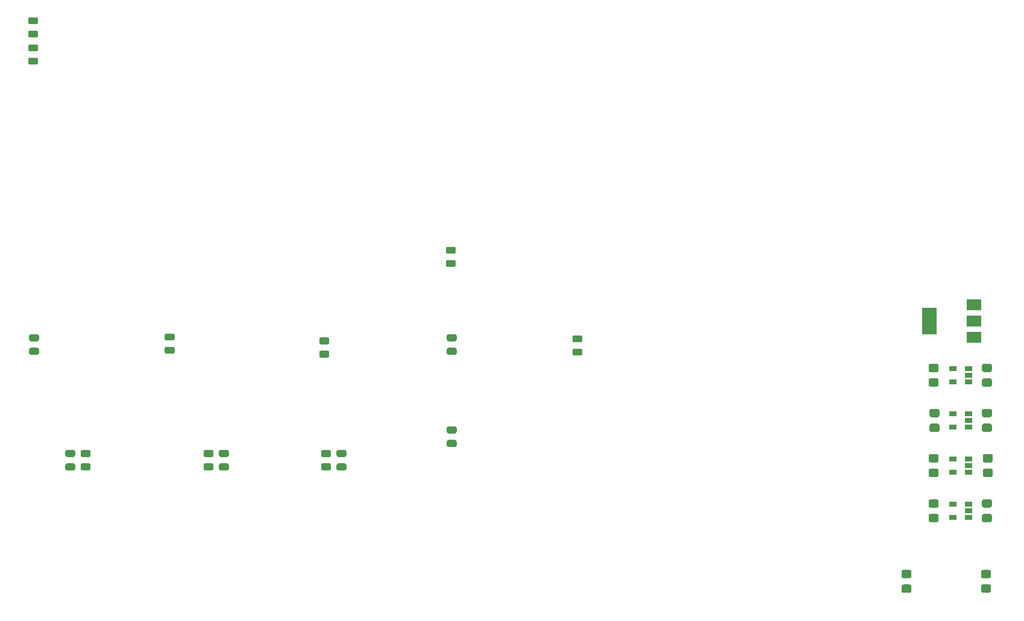
<source format=gbr>
%TF.GenerationSoftware,KiCad,Pcbnew,(5.1.6)-1*%
%TF.CreationDate,2020-11-12T15:31:55-08:00*%
%TF.ProjectId,userinterfacepcb,75736572-696e-4746-9572-666163657063,rev?*%
%TF.SameCoordinates,Original*%
%TF.FileFunction,Paste,Top*%
%TF.FilePolarity,Positive*%
%FSLAX46Y46*%
G04 Gerber Fmt 4.6, Leading zero omitted, Abs format (unit mm)*
G04 Created by KiCad (PCBNEW (5.1.6)-1) date 2020-11-12 15:31:55*
%MOMM*%
%LPD*%
G01*
G04 APERTURE LIST*
%ADD10R,1.060000X0.650000*%
%ADD11R,2.000000X1.500000*%
%ADD12R,2.000000X3.800000*%
G04 APERTURE END LIST*
%TO.C,C1*%
G36*
G01*
X249485999Y-114496000D02*
X250386001Y-114496000D01*
G75*
G02*
X250636000Y-114745999I0J-249999D01*
G01*
X250636000Y-115396001D01*
G75*
G02*
X250386001Y-115646000I-249999J0D01*
G01*
X249485999Y-115646000D01*
G75*
G02*
X249236000Y-115396001I0J249999D01*
G01*
X249236000Y-114745999D01*
G75*
G02*
X249485999Y-114496000I249999J0D01*
G01*
G37*
G36*
G01*
X249485999Y-112446000D02*
X250386001Y-112446000D01*
G75*
G02*
X250636000Y-112695999I0J-249999D01*
G01*
X250636000Y-113346001D01*
G75*
G02*
X250386001Y-113596000I-249999J0D01*
G01*
X249485999Y-113596000D01*
G75*
G02*
X249236000Y-113346001I0J249999D01*
G01*
X249236000Y-112695999D01*
G75*
G02*
X249485999Y-112446000I249999J0D01*
G01*
G37*
%TD*%
%TO.C,R19*%
G36*
G01*
X116661250Y-80322000D02*
X115748750Y-80322000D01*
G75*
G02*
X115505000Y-80078250I0J243750D01*
G01*
X115505000Y-79590750D01*
G75*
G02*
X115748750Y-79347000I243750J0D01*
G01*
X116661250Y-79347000D01*
G75*
G02*
X116905000Y-79590750I0J-243750D01*
G01*
X116905000Y-80078250D01*
G75*
G02*
X116661250Y-80322000I-243750J0D01*
G01*
G37*
G36*
G01*
X116661250Y-82197000D02*
X115748750Y-82197000D01*
G75*
G02*
X115505000Y-81953250I0J243750D01*
G01*
X115505000Y-81465750D01*
G75*
G02*
X115748750Y-81222000I243750J0D01*
G01*
X116661250Y-81222000D01*
G75*
G02*
X116905000Y-81465750I0J-243750D01*
G01*
X116905000Y-81953250D01*
G75*
G02*
X116661250Y-82197000I-243750J0D01*
G01*
G37*
%TD*%
%TO.C,R17*%
G36*
G01*
X175335250Y-80322000D02*
X174422750Y-80322000D01*
G75*
G02*
X174179000Y-80078250I0J243750D01*
G01*
X174179000Y-79590750D01*
G75*
G02*
X174422750Y-79347000I243750J0D01*
G01*
X175335250Y-79347000D01*
G75*
G02*
X175579000Y-79590750I0J-243750D01*
G01*
X175579000Y-80078250D01*
G75*
G02*
X175335250Y-80322000I-243750J0D01*
G01*
G37*
G36*
G01*
X175335250Y-82197000D02*
X174422750Y-82197000D01*
G75*
G02*
X174179000Y-81953250I0J243750D01*
G01*
X174179000Y-81465750D01*
G75*
G02*
X174422750Y-81222000I243750J0D01*
G01*
X175335250Y-81222000D01*
G75*
G02*
X175579000Y-81465750I0J-243750D01*
G01*
X175579000Y-81953250D01*
G75*
G02*
X175335250Y-82197000I-243750J0D01*
G01*
G37*
%TD*%
%TO.C,R16*%
G36*
G01*
X192988250Y-80449000D02*
X192075750Y-80449000D01*
G75*
G02*
X191832000Y-80205250I0J243750D01*
G01*
X191832000Y-79717750D01*
G75*
G02*
X192075750Y-79474000I243750J0D01*
G01*
X192988250Y-79474000D01*
G75*
G02*
X193232000Y-79717750I0J-243750D01*
G01*
X193232000Y-80205250D01*
G75*
G02*
X192988250Y-80449000I-243750J0D01*
G01*
G37*
G36*
G01*
X192988250Y-82324000D02*
X192075750Y-82324000D01*
G75*
G02*
X191832000Y-82080250I0J243750D01*
G01*
X191832000Y-81592750D01*
G75*
G02*
X192075750Y-81349000I243750J0D01*
G01*
X192988250Y-81349000D01*
G75*
G02*
X193232000Y-81592750I0J-243750D01*
G01*
X193232000Y-82080250D01*
G75*
G02*
X192988250Y-82324000I-243750J0D01*
G01*
G37*
%TD*%
%TO.C,R14*%
G36*
G01*
X175335250Y-93276000D02*
X174422750Y-93276000D01*
G75*
G02*
X174179000Y-93032250I0J243750D01*
G01*
X174179000Y-92544750D01*
G75*
G02*
X174422750Y-92301000I243750J0D01*
G01*
X175335250Y-92301000D01*
G75*
G02*
X175579000Y-92544750I0J-243750D01*
G01*
X175579000Y-93032250D01*
G75*
G02*
X175335250Y-93276000I-243750J0D01*
G01*
G37*
G36*
G01*
X175335250Y-95151000D02*
X174422750Y-95151000D01*
G75*
G02*
X174179000Y-94907250I0J243750D01*
G01*
X174179000Y-94419750D01*
G75*
G02*
X174422750Y-94176000I243750J0D01*
G01*
X175335250Y-94176000D01*
G75*
G02*
X175579000Y-94419750I0J-243750D01*
G01*
X175579000Y-94907250D01*
G75*
G02*
X175335250Y-95151000I-243750J0D01*
G01*
G37*
%TD*%
D10*
%TO.C,U7*%
X245280000Y-86040000D03*
X245280000Y-84140000D03*
X247480000Y-84140000D03*
X247480000Y-85090000D03*
X247480000Y-86040000D03*
%TD*%
%TO.C,R18*%
G36*
G01*
X135711250Y-80195000D02*
X134798750Y-80195000D01*
G75*
G02*
X134555000Y-79951250I0J243750D01*
G01*
X134555000Y-79463750D01*
G75*
G02*
X134798750Y-79220000I243750J0D01*
G01*
X135711250Y-79220000D01*
G75*
G02*
X135955000Y-79463750I0J-243750D01*
G01*
X135955000Y-79951250D01*
G75*
G02*
X135711250Y-80195000I-243750J0D01*
G01*
G37*
G36*
G01*
X135711250Y-82070000D02*
X134798750Y-82070000D01*
G75*
G02*
X134555000Y-81826250I0J243750D01*
G01*
X134555000Y-81338750D01*
G75*
G02*
X134798750Y-81095000I243750J0D01*
G01*
X135711250Y-81095000D01*
G75*
G02*
X135955000Y-81338750I0J-243750D01*
G01*
X135955000Y-81826250D01*
G75*
G02*
X135711250Y-82070000I-243750J0D01*
G01*
G37*
%TD*%
%TO.C,R15*%
G36*
G01*
X157428250Y-80751500D02*
X156515750Y-80751500D01*
G75*
G02*
X156272000Y-80507750I0J243750D01*
G01*
X156272000Y-80020250D01*
G75*
G02*
X156515750Y-79776500I243750J0D01*
G01*
X157428250Y-79776500D01*
G75*
G02*
X157672000Y-80020250I0J-243750D01*
G01*
X157672000Y-80507750D01*
G75*
G02*
X157428250Y-80751500I-243750J0D01*
G01*
G37*
G36*
G01*
X157428250Y-82626500D02*
X156515750Y-82626500D01*
G75*
G02*
X156272000Y-82382750I0J243750D01*
G01*
X156272000Y-81895250D01*
G75*
G02*
X156515750Y-81651500I243750J0D01*
G01*
X157428250Y-81651500D01*
G75*
G02*
X157672000Y-81895250I0J-243750D01*
G01*
X157672000Y-82382750D01*
G75*
G02*
X157428250Y-82626500I-243750J0D01*
G01*
G37*
%TD*%
D11*
%TO.C,U6*%
X248260000Y-79770000D03*
X248260000Y-75170000D03*
X248260000Y-77470000D03*
D12*
X241960000Y-77470000D03*
%TD*%
%TO.C,C3*%
G36*
G01*
X239210001Y-113605000D02*
X238309999Y-113605000D01*
G75*
G02*
X238060000Y-113355001I0J249999D01*
G01*
X238060000Y-112704999D01*
G75*
G02*
X238309999Y-112455000I249999J0D01*
G01*
X239210001Y-112455000D01*
G75*
G02*
X239460000Y-112704999I0J-249999D01*
G01*
X239460000Y-113355001D01*
G75*
G02*
X239210001Y-113605000I-249999J0D01*
G01*
G37*
G36*
G01*
X239210001Y-115655000D02*
X238309999Y-115655000D01*
G75*
G02*
X238060000Y-115405001I0J249999D01*
G01*
X238060000Y-114754999D01*
G75*
G02*
X238309999Y-114505000I249999J0D01*
G01*
X239210001Y-114505000D01*
G75*
G02*
X239460000Y-114754999I0J-249999D01*
G01*
X239460000Y-115405001D01*
G75*
G02*
X239210001Y-115655000I-249999J0D01*
G01*
G37*
%TD*%
%TO.C,C12*%
G36*
G01*
X243020001Y-84640000D02*
X242119999Y-84640000D01*
G75*
G02*
X241870000Y-84390001I0J249999D01*
G01*
X241870000Y-83739999D01*
G75*
G02*
X242119999Y-83490000I249999J0D01*
G01*
X243020001Y-83490000D01*
G75*
G02*
X243270000Y-83739999I0J-249999D01*
G01*
X243270000Y-84390001D01*
G75*
G02*
X243020001Y-84640000I-249999J0D01*
G01*
G37*
G36*
G01*
X243020001Y-86690000D02*
X242119999Y-86690000D01*
G75*
G02*
X241870000Y-86440001I0J249999D01*
G01*
X241870000Y-85789999D01*
G75*
G02*
X242119999Y-85540000I249999J0D01*
G01*
X243020001Y-85540000D01*
G75*
G02*
X243270000Y-85789999I0J-249999D01*
G01*
X243270000Y-86440001D01*
G75*
G02*
X243020001Y-86690000I-249999J0D01*
G01*
G37*
%TD*%
%TO.C,C9*%
G36*
G01*
X243020001Y-97340000D02*
X242119999Y-97340000D01*
G75*
G02*
X241870000Y-97090001I0J249999D01*
G01*
X241870000Y-96439999D01*
G75*
G02*
X242119999Y-96190000I249999J0D01*
G01*
X243020001Y-96190000D01*
G75*
G02*
X243270000Y-96439999I0J-249999D01*
G01*
X243270000Y-97090001D01*
G75*
G02*
X243020001Y-97340000I-249999J0D01*
G01*
G37*
G36*
G01*
X243020001Y-99390000D02*
X242119999Y-99390000D01*
G75*
G02*
X241870000Y-99140001I0J249999D01*
G01*
X241870000Y-98489999D01*
G75*
G02*
X242119999Y-98240000I249999J0D01*
G01*
X243020001Y-98240000D01*
G75*
G02*
X243270000Y-98489999I0J-249999D01*
G01*
X243270000Y-99140001D01*
G75*
G02*
X243020001Y-99390000I-249999J0D01*
G01*
G37*
%TD*%
%TO.C,C6*%
G36*
G01*
X249612999Y-91890000D02*
X250513001Y-91890000D01*
G75*
G02*
X250763000Y-92139999I0J-249999D01*
G01*
X250763000Y-92790001D01*
G75*
G02*
X250513001Y-93040000I-249999J0D01*
G01*
X249612999Y-93040000D01*
G75*
G02*
X249363000Y-92790001I0J249999D01*
G01*
X249363000Y-92139999D01*
G75*
G02*
X249612999Y-91890000I249999J0D01*
G01*
G37*
G36*
G01*
X249612999Y-89840000D02*
X250513001Y-89840000D01*
G75*
G02*
X250763000Y-90089999I0J-249999D01*
G01*
X250763000Y-90740001D01*
G75*
G02*
X250513001Y-90990000I-249999J0D01*
G01*
X249612999Y-90990000D01*
G75*
G02*
X249363000Y-90740001I0J249999D01*
G01*
X249363000Y-90089999D01*
G75*
G02*
X249612999Y-89840000I249999J0D01*
G01*
G37*
%TD*%
%TO.C,C8*%
G36*
G01*
X243020001Y-103690000D02*
X242119999Y-103690000D01*
G75*
G02*
X241870000Y-103440001I0J249999D01*
G01*
X241870000Y-102789999D01*
G75*
G02*
X242119999Y-102540000I249999J0D01*
G01*
X243020001Y-102540000D01*
G75*
G02*
X243270000Y-102789999I0J-249999D01*
G01*
X243270000Y-103440001D01*
G75*
G02*
X243020001Y-103690000I-249999J0D01*
G01*
G37*
G36*
G01*
X243020001Y-105740000D02*
X242119999Y-105740000D01*
G75*
G02*
X241870000Y-105490001I0J249999D01*
G01*
X241870000Y-104839999D01*
G75*
G02*
X242119999Y-104590000I249999J0D01*
G01*
X243020001Y-104590000D01*
G75*
G02*
X243270000Y-104839999I0J-249999D01*
G01*
X243270000Y-105490001D01*
G75*
G02*
X243020001Y-105740000I-249999J0D01*
G01*
G37*
%TD*%
%TO.C,C5*%
G36*
G01*
X249739999Y-98231000D02*
X250640001Y-98231000D01*
G75*
G02*
X250890000Y-98480999I0J-249999D01*
G01*
X250890000Y-99131001D01*
G75*
G02*
X250640001Y-99381000I-249999J0D01*
G01*
X249739999Y-99381000D01*
G75*
G02*
X249490000Y-99131001I0J249999D01*
G01*
X249490000Y-98480999D01*
G75*
G02*
X249739999Y-98231000I249999J0D01*
G01*
G37*
G36*
G01*
X249739999Y-96181000D02*
X250640001Y-96181000D01*
G75*
G02*
X250890000Y-96430999I0J-249999D01*
G01*
X250890000Y-97081001D01*
G75*
G02*
X250640001Y-97331000I-249999J0D01*
G01*
X249739999Y-97331000D01*
G75*
G02*
X249490000Y-97081001I0J249999D01*
G01*
X249490000Y-96430999D01*
G75*
G02*
X249739999Y-96181000I249999J0D01*
G01*
G37*
%TD*%
%TO.C,C4*%
G36*
G01*
X249612999Y-104590000D02*
X250513001Y-104590000D01*
G75*
G02*
X250763000Y-104839999I0J-249999D01*
G01*
X250763000Y-105490001D01*
G75*
G02*
X250513001Y-105740000I-249999J0D01*
G01*
X249612999Y-105740000D01*
G75*
G02*
X249363000Y-105490001I0J249999D01*
G01*
X249363000Y-104839999D01*
G75*
G02*
X249612999Y-104590000I249999J0D01*
G01*
G37*
G36*
G01*
X249612999Y-102540000D02*
X250513001Y-102540000D01*
G75*
G02*
X250763000Y-102789999I0J-249999D01*
G01*
X250763000Y-103440001D01*
G75*
G02*
X250513001Y-103690000I-249999J0D01*
G01*
X249612999Y-103690000D01*
G75*
G02*
X249363000Y-103440001I0J249999D01*
G01*
X249363000Y-102789999D01*
G75*
G02*
X249612999Y-102540000I249999J0D01*
G01*
G37*
%TD*%
%TO.C,C10*%
G36*
G01*
X243147001Y-90990000D02*
X242246999Y-90990000D01*
G75*
G02*
X241997000Y-90740001I0J249999D01*
G01*
X241997000Y-90089999D01*
G75*
G02*
X242246999Y-89840000I249999J0D01*
G01*
X243147001Y-89840000D01*
G75*
G02*
X243397000Y-90089999I0J-249999D01*
G01*
X243397000Y-90740001D01*
G75*
G02*
X243147001Y-90990000I-249999J0D01*
G01*
G37*
G36*
G01*
X243147001Y-93040000D02*
X242246999Y-93040000D01*
G75*
G02*
X241997000Y-92790001I0J249999D01*
G01*
X241997000Y-92139999D01*
G75*
G02*
X242246999Y-91890000I249999J0D01*
G01*
X243147001Y-91890000D01*
G75*
G02*
X243397000Y-92139999I0J-249999D01*
G01*
X243397000Y-92790001D01*
G75*
G02*
X243147001Y-93040000I-249999J0D01*
G01*
G37*
%TD*%
%TO.C,C7*%
G36*
G01*
X249612999Y-85540000D02*
X250513001Y-85540000D01*
G75*
G02*
X250763000Y-85789999I0J-249999D01*
G01*
X250763000Y-86440001D01*
G75*
G02*
X250513001Y-86690000I-249999J0D01*
G01*
X249612999Y-86690000D01*
G75*
G02*
X249363000Y-86440001I0J249999D01*
G01*
X249363000Y-85789999D01*
G75*
G02*
X249612999Y-85540000I249999J0D01*
G01*
G37*
G36*
G01*
X249612999Y-83490000D02*
X250513001Y-83490000D01*
G75*
G02*
X250763000Y-83739999I0J-249999D01*
G01*
X250763000Y-84390001D01*
G75*
G02*
X250513001Y-84640000I-249999J0D01*
G01*
X249612999Y-84640000D01*
G75*
G02*
X249363000Y-84390001I0J249999D01*
G01*
X249363000Y-83739999D01*
G75*
G02*
X249612999Y-83490000I249999J0D01*
G01*
G37*
%TD*%
D10*
%TO.C,U4*%
X245280000Y-92390000D03*
X245280000Y-90490000D03*
X247480000Y-90490000D03*
X247480000Y-91440000D03*
X247480000Y-92390000D03*
%TD*%
%TO.C,U3*%
X245280000Y-98740000D03*
X245280000Y-96840000D03*
X247480000Y-96840000D03*
X247480000Y-97790000D03*
X247480000Y-98740000D03*
%TD*%
%TO.C,U2*%
X245280000Y-105090000D03*
X245280000Y-103190000D03*
X247480000Y-103190000D03*
X247480000Y-104140000D03*
X247480000Y-105090000D03*
%TD*%
%TO.C,R10*%
G36*
G01*
X141172250Y-96578000D02*
X140259750Y-96578000D01*
G75*
G02*
X140016000Y-96334250I0J243750D01*
G01*
X140016000Y-95846750D01*
G75*
G02*
X140259750Y-95603000I243750J0D01*
G01*
X141172250Y-95603000D01*
G75*
G02*
X141416000Y-95846750I0J-243750D01*
G01*
X141416000Y-96334250D01*
G75*
G02*
X141172250Y-96578000I-243750J0D01*
G01*
G37*
G36*
G01*
X141172250Y-98453000D02*
X140259750Y-98453000D01*
G75*
G02*
X140016000Y-98209250I0J243750D01*
G01*
X140016000Y-97721750D01*
G75*
G02*
X140259750Y-97478000I243750J0D01*
G01*
X141172250Y-97478000D01*
G75*
G02*
X141416000Y-97721750I0J-243750D01*
G01*
X141416000Y-98209250D01*
G75*
G02*
X141172250Y-98453000I-243750J0D01*
G01*
G37*
%TD*%
%TO.C,R11*%
G36*
G01*
X158928750Y-97478000D02*
X159841250Y-97478000D01*
G75*
G02*
X160085000Y-97721750I0J-243750D01*
G01*
X160085000Y-98209250D01*
G75*
G02*
X159841250Y-98453000I-243750J0D01*
G01*
X158928750Y-98453000D01*
G75*
G02*
X158685000Y-98209250I0J243750D01*
G01*
X158685000Y-97721750D01*
G75*
G02*
X158928750Y-97478000I243750J0D01*
G01*
G37*
G36*
G01*
X158928750Y-95603000D02*
X159841250Y-95603000D01*
G75*
G02*
X160085000Y-95846750I0J-243750D01*
G01*
X160085000Y-96334250D01*
G75*
G02*
X159841250Y-96578000I-243750J0D01*
G01*
X158928750Y-96578000D01*
G75*
G02*
X158685000Y-96334250I0J243750D01*
G01*
X158685000Y-95846750D01*
G75*
G02*
X158928750Y-95603000I243750J0D01*
G01*
G37*
%TD*%
%TO.C,R8*%
G36*
G01*
X121741250Y-96578000D02*
X120828750Y-96578000D01*
G75*
G02*
X120585000Y-96334250I0J243750D01*
G01*
X120585000Y-95846750D01*
G75*
G02*
X120828750Y-95603000I243750J0D01*
G01*
X121741250Y-95603000D01*
G75*
G02*
X121985000Y-95846750I0J-243750D01*
G01*
X121985000Y-96334250D01*
G75*
G02*
X121741250Y-96578000I-243750J0D01*
G01*
G37*
G36*
G01*
X121741250Y-98453000D02*
X120828750Y-98453000D01*
G75*
G02*
X120585000Y-98209250I0J243750D01*
G01*
X120585000Y-97721750D01*
G75*
G02*
X120828750Y-97478000I243750J0D01*
G01*
X121741250Y-97478000D01*
G75*
G02*
X121985000Y-97721750I0J-243750D01*
G01*
X121985000Y-98209250D01*
G75*
G02*
X121741250Y-98453000I-243750J0D01*
G01*
G37*
%TD*%
%TO.C,R6*%
G36*
G01*
X116534250Y-35745000D02*
X115621750Y-35745000D01*
G75*
G02*
X115378000Y-35501250I0J243750D01*
G01*
X115378000Y-35013750D01*
G75*
G02*
X115621750Y-34770000I243750J0D01*
G01*
X116534250Y-34770000D01*
G75*
G02*
X116778000Y-35013750I0J-243750D01*
G01*
X116778000Y-35501250D01*
G75*
G02*
X116534250Y-35745000I-243750J0D01*
G01*
G37*
G36*
G01*
X116534250Y-37620000D02*
X115621750Y-37620000D01*
G75*
G02*
X115378000Y-37376250I0J243750D01*
G01*
X115378000Y-36888750D01*
G75*
G02*
X115621750Y-36645000I243750J0D01*
G01*
X116534250Y-36645000D01*
G75*
G02*
X116778000Y-36888750I0J-243750D01*
G01*
X116778000Y-37376250D01*
G75*
G02*
X116534250Y-37620000I-243750J0D01*
G01*
G37*
%TD*%
%TO.C,R13*%
G36*
G01*
X175208250Y-68003000D02*
X174295750Y-68003000D01*
G75*
G02*
X174052000Y-67759250I0J243750D01*
G01*
X174052000Y-67271750D01*
G75*
G02*
X174295750Y-67028000I243750J0D01*
G01*
X175208250Y-67028000D01*
G75*
G02*
X175452000Y-67271750I0J-243750D01*
G01*
X175452000Y-67759250D01*
G75*
G02*
X175208250Y-68003000I-243750J0D01*
G01*
G37*
G36*
G01*
X175208250Y-69878000D02*
X174295750Y-69878000D01*
G75*
G02*
X174052000Y-69634250I0J243750D01*
G01*
X174052000Y-69146750D01*
G75*
G02*
X174295750Y-68903000I243750J0D01*
G01*
X175208250Y-68903000D01*
G75*
G02*
X175452000Y-69146750I0J-243750D01*
G01*
X175452000Y-69634250D01*
G75*
G02*
X175208250Y-69878000I-243750J0D01*
G01*
G37*
%TD*%
%TO.C,R5*%
G36*
G01*
X116534250Y-39555000D02*
X115621750Y-39555000D01*
G75*
G02*
X115378000Y-39311250I0J243750D01*
G01*
X115378000Y-38823750D01*
G75*
G02*
X115621750Y-38580000I243750J0D01*
G01*
X116534250Y-38580000D01*
G75*
G02*
X116778000Y-38823750I0J-243750D01*
G01*
X116778000Y-39311250D01*
G75*
G02*
X116534250Y-39555000I-243750J0D01*
G01*
G37*
G36*
G01*
X116534250Y-41430000D02*
X115621750Y-41430000D01*
G75*
G02*
X115378000Y-41186250I0J243750D01*
G01*
X115378000Y-40698750D01*
G75*
G02*
X115621750Y-40455000I243750J0D01*
G01*
X116534250Y-40455000D01*
G75*
G02*
X116778000Y-40698750I0J-243750D01*
G01*
X116778000Y-41186250D01*
G75*
G02*
X116534250Y-41430000I-243750J0D01*
G01*
G37*
%TD*%
%TO.C,R9*%
G36*
G01*
X142418750Y-97478000D02*
X143331250Y-97478000D01*
G75*
G02*
X143575000Y-97721750I0J-243750D01*
G01*
X143575000Y-98209250D01*
G75*
G02*
X143331250Y-98453000I-243750J0D01*
G01*
X142418750Y-98453000D01*
G75*
G02*
X142175000Y-98209250I0J243750D01*
G01*
X142175000Y-97721750D01*
G75*
G02*
X142418750Y-97478000I243750J0D01*
G01*
G37*
G36*
G01*
X142418750Y-95603000D02*
X143331250Y-95603000D01*
G75*
G02*
X143575000Y-95846750I0J-243750D01*
G01*
X143575000Y-96334250D01*
G75*
G02*
X143331250Y-96578000I-243750J0D01*
G01*
X142418750Y-96578000D01*
G75*
G02*
X142175000Y-96334250I0J243750D01*
G01*
X142175000Y-95846750D01*
G75*
G02*
X142418750Y-95603000I243750J0D01*
G01*
G37*
%TD*%
%TO.C,R12*%
G36*
G01*
X157682250Y-96578000D02*
X156769750Y-96578000D01*
G75*
G02*
X156526000Y-96334250I0J243750D01*
G01*
X156526000Y-95846750D01*
G75*
G02*
X156769750Y-95603000I243750J0D01*
G01*
X157682250Y-95603000D01*
G75*
G02*
X157926000Y-95846750I0J-243750D01*
G01*
X157926000Y-96334250D01*
G75*
G02*
X157682250Y-96578000I-243750J0D01*
G01*
G37*
G36*
G01*
X157682250Y-98453000D02*
X156769750Y-98453000D01*
G75*
G02*
X156526000Y-98209250I0J243750D01*
G01*
X156526000Y-97721750D01*
G75*
G02*
X156769750Y-97478000I243750J0D01*
G01*
X157682250Y-97478000D01*
G75*
G02*
X157926000Y-97721750I0J-243750D01*
G01*
X157926000Y-98209250D01*
G75*
G02*
X157682250Y-98453000I-243750J0D01*
G01*
G37*
%TD*%
%TO.C,R7*%
G36*
G01*
X122987750Y-97478000D02*
X123900250Y-97478000D01*
G75*
G02*
X124144000Y-97721750I0J-243750D01*
G01*
X124144000Y-98209250D01*
G75*
G02*
X123900250Y-98453000I-243750J0D01*
G01*
X122987750Y-98453000D01*
G75*
G02*
X122744000Y-98209250I0J243750D01*
G01*
X122744000Y-97721750D01*
G75*
G02*
X122987750Y-97478000I243750J0D01*
G01*
G37*
G36*
G01*
X122987750Y-95603000D02*
X123900250Y-95603000D01*
G75*
G02*
X124144000Y-95846750I0J-243750D01*
G01*
X124144000Y-96334250D01*
G75*
G02*
X123900250Y-96578000I-243750J0D01*
G01*
X122987750Y-96578000D01*
G75*
G02*
X122744000Y-96334250I0J243750D01*
G01*
X122744000Y-95846750D01*
G75*
G02*
X122987750Y-95603000I243750J0D01*
G01*
G37*
%TD*%
M02*

</source>
